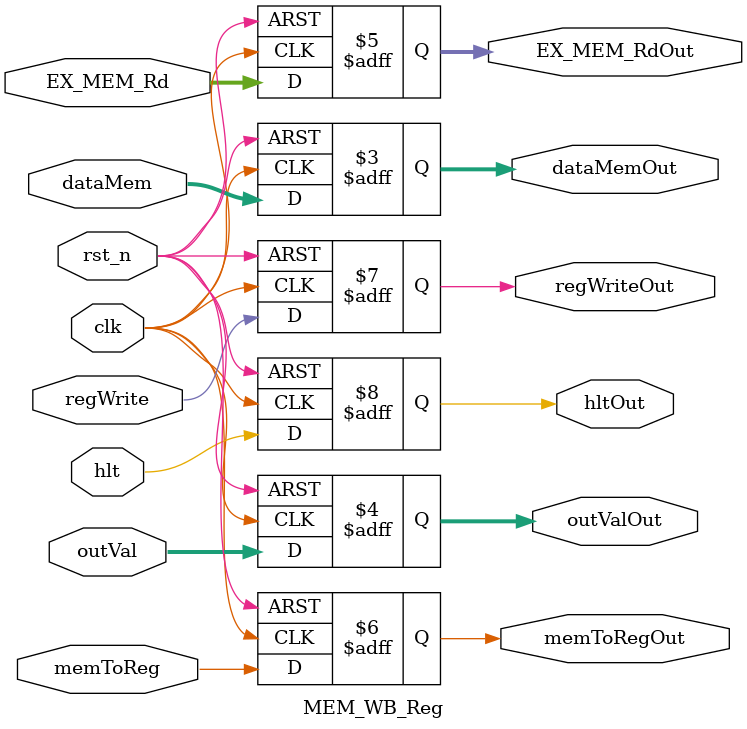
<source format=v>
module MEM_WB_Reg(clk, rst_n, dataMem, outVal,  
		EX_MEM_Rd, memToReg, regWrite, hlt,
		dataMemOut, outValOut, EX_MEM_RdOut, memToRegOut, regWriteOut, hltOut);

	input clk,rst_n;
	input memToReg, regWrite, hlt;
	input [15:0] dataMem, outVal;
	input [3:0] EX_MEM_Rd;

//inB is the B input to ALU outVal is the output value chosen from the from the mux after the ALU.
	output reg [15:0] dataMemOut, outValOut; 
	output reg [3:0] EX_MEM_RdOut;
	output reg memToRegOut, regWriteOut, hltOut;

	always @ (posedge clk, negedge rst_n) begin
		if(!rst_n) begin
			dataMemOut <= 0;
			outValOut <= 0;
			EX_MEM_RdOut <= 0;
			memToRegOut <= 0;
			regWriteOut <= 0;
			hltOut <= 0;
		end
		else begin
			dataMemOut <= dataMem;
			outValOut <= outVal;
			EX_MEM_RdOut <= EX_MEM_Rd;
			memToRegOut <= memToReg;
			regWriteOut <= regWrite;
			hltOut <= hlt;
		end
	end
endmodule

</source>
